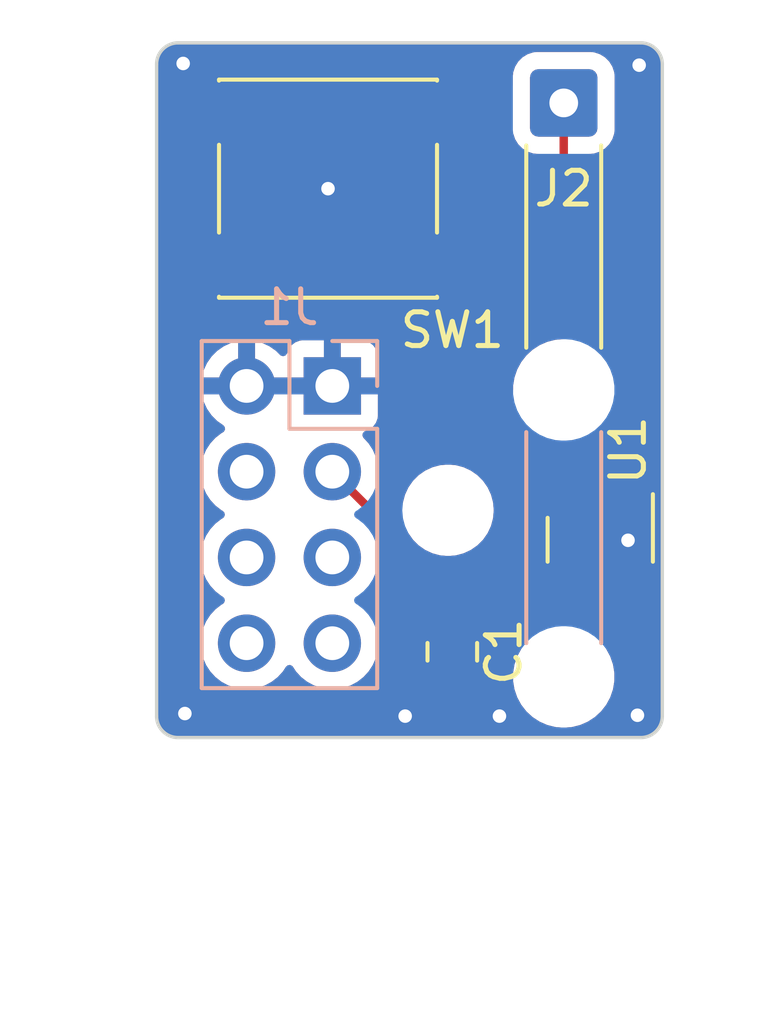
<source format=kicad_pcb>
(kicad_pcb (version 20221018) (generator pcbnew)
  (layers (0 "F.Cu" signal) (31 "B.Cu" signal) (34 "B.Paste" user) (35 "F.Paste" user) (36 "B.SilkS" user "B.Silkscreen") (37 "F.SilkS" user "F.Silkscreen") (38 "B.Mask" user) (39 "F.Mask" user) (44 "Edge.Cuts" user))
  (net 0 "")
  (net 2 "GND")
  (net 5 "+3V3")
  (net 6 "/btn_out")
  (net 7 "/btn_raw")
  (footprint "Package_TO_SOT_SMD:SOT-143" (layer "F.Cu") (at 157.292 68.818 -90)
    (fp_text reference "U1" (at -2.651 -0.823 90) (layer "F.SilkS"))
    (fp_text value "MAX6816")
    (fp_line (start -0.65 1.56) (end 0.65 1.56) (stroke (width 0.12)) (layer "F.SilkS"))
    (fp_line (start 0.65 -1.56) (end -1.35 -1.56) (stroke (width 0.12)) (layer "F.SilkS"))
    (pad "1" smd rect (at -1 -0.75 270) (size 0.7 1) (layers "F.Cu" "F.Paste" "F.Mask") (net 2 "GND"))
    (pad "2" smd rect (at -1 0.95 270) (size 0.7 0.6) (layers "F.Cu" "F.Paste" "F.Mask") (net 7 "/btn_raw"))
    (pad "3" smd rect (at 1 0.95 270) (size 0.7 0.6) (layers "F.Cu" "F.Paste" "F.Mask") (net 6 "/btn_out"))
    (pad "4" smd rect (at 1 -0.95 270) (size 0.7 0.6) (layers "F.Cu" "F.Paste" "F.Mask") (net 5 "+3V3"))
  )
  (footprint "Button_Switch_SMD:SW_Push_1P1T_NO_6x6mm_H9.5mm" (layer "F.Cu") (at 149.225 58.42)
    (fp_text reference "SW1" (at 3.683 4.191) (layer "F.SilkS"))
    (fp_text value "SW_Push")
    (fp_line (start -3.23 -3.23) (end 3.23 -3.23) (stroke (width 0.12)) (layer "F.SilkS"))
    (fp_line (start -3.23 -3.2) (end -3.23 -3.23) (stroke (width 0.12)) (layer "F.SilkS"))
    (fp_line (start -3.23 -1.3) (end -3.23 1.3) (stroke (width 0.12)) (layer "F.SilkS"))
    (fp_line (start -3.23 3.23) (end -3.23 3.2) (stroke (width 0.12)) (layer "F.SilkS"))
    (fp_line (start -3.23 3.23) (end 3.23 3.23) (stroke (width 0.12)) (layer "F.SilkS"))
    (fp_line (start 3.23 -3.23) (end 3.23 -3.2) (stroke (width 0.12)) (layer "F.SilkS"))
    (fp_line (start 3.23 -1.3) (end 3.23 1.3) (stroke (width 0.12)) (layer "F.SilkS"))
    (fp_line (start 3.23 3.23) (end 3.23 3.2) (stroke (width 0.12)) (layer "F.SilkS"))
    (pad "1" smd rect (at -3.975 -2.25) (size 1.55 1.3) (layers "F.Cu" "F.Paste" "F.Mask") (net 2 "GND"))
    (pad "1" smd rect (at 3.975 -2.25) (size 1.55 1.3) (layers "F.Cu" "F.Paste" "F.Mask") (net 2 "GND"))
    (pad "2" smd rect (at -3.975 2.25) (size 1.55 1.3) (layers "F.Cu" "F.Paste" "F.Mask") (net 7 "/btn_raw"))
    (pad "2" smd rect (at 3.975 2.25) (size 1.55 1.3) (layers "F.Cu" "F.Paste" "F.Mask") (net 7 "/btn_raw"))
  )
  (footprint "Connector_Wire:SolderWire-0.25sqmm_1x01_D0.65mm_OD2mm_Relief2x" (layer "F.Cu") (at 156.21 55.88)
    (fp_text reference "J2" (at 0 2.54) (layer "F.SilkS"))
    (fp_text value "Conn_01x01_Pin")
    (fp_line (start -1.11 9.75) (end -1.11 16) (stroke (width 0.12)) (layer "B.SilkS"))
    (fp_line (start 1.11 9.75) (end 1.11 16) (stroke (width 0.12)) (layer "B.SilkS"))
    (fp_line (start -1.11 1.26) (end -1.11 7.25) (stroke (width 0.12)) (layer "F.SilkS"))
    (fp_line (start 1.11 1.26) (end 1.11 7.25) (stroke (width 0.12)) (layer "F.SilkS"))
    (pad "" np_thru_hole circle (at 0 8.5) (size 2.5 2.5) (drill 2.5) (layers "*.Cu" "*.Mask"))
    (pad "" np_thru_hole circle (at 0 17) (size 2.5 2.5) (drill 2.5) (layers "*.Cu" "*.Mask"))
    (pad "1" thru_hole roundrect (at 0 0) (size 2 2) (drill 0.85) (layers "*.Cu" "*.Mask") (roundrect_rratio 0.125) (net 6 "/btn_out"))
  )
  (footprint "Capacitor_SMD:C_0805_2012Metric" (layer "F.Cu") (at 152.908 72.136 -90)
    (fp_text reference "C1" (at 0 -1.524 90) (layer "F.SilkS"))
    (fp_text value "0.1u")
    (fp_line (start -0.261252 -0.735) (end 0.261252 -0.735) (stroke (width 0.12)) (layer "F.SilkS"))
    (fp_line (start -0.261252 0.735) (end 0.261252 0.735) (stroke (width 0.12)) (layer "F.SilkS"))
    (pad "1" smd roundrect (at -0.95 0 270) (size 1 1.45) (layers "F.Cu" "F.Paste" "F.Mask") (net 5 "+3V3"))
    (pad "2" smd roundrect (at 0.95 0 270) (size 1 1.45) (layers "F.Cu" "F.Paste" "F.Mask") (net 2 "GND"))
  )
  (footprint "MountingHole:MountingHole_2.2mm_M2" (layer "F.Cu") (at 152.781 67.945)
    (fp_text reference "REF**" hide)
    (fp_text value "MountingHole_2.2mm_M2")
    (pad "" np_thru_hole circle (at 0 0) (size 2.2 2.2) (drill 2.2) (layers "*.Cu" "*.Mask"))
  )
  (footprint "Connector_PinHeader_2.54mm:PinHeader_2x04_P2.54mm_Vertical" (layer "B.Cu") (at 149.352 64.262 180)
    (fp_text reference "J1" (at 1.27 2.33) (layer "B.SilkS") (effects (justify mirror)))
    (fp_text value "Conn_02x04_Odd_Even")
    (fp_line (start -1.33 -8.95) (end 3.87 -8.95) (stroke (width 0.12)) (layer "B.SilkS"))
    (fp_line (start -1.33 -1.27) (end -1.33 -8.95) (stroke (width 0.12)) (layer "B.SilkS"))
    (fp_line (start -1.33 -1.27) (end 1.27 -1.27) (stroke (width 0.12)) (layer "B.SilkS"))
    (fp_line (start -1.33 0) (end -1.33 1.33) (stroke (width 0.12)) (layer "B.SilkS"))
    (fp_line (start -1.33 1.33) (end 0 1.33) (stroke (width 0.12)) (layer "B.SilkS"))
    (fp_line (start 1.27 -1.27) (end 1.27 1.33) (stroke (width 0.12)) (layer "B.SilkS"))
    (fp_line (start 1.27 1.33) (end 3.87 1.33) (stroke (width 0.12)) (layer "B.SilkS"))
    (fp_line (start 3.87 1.33) (end 3.87 -8.95) (stroke (width 0.12)) (layer "B.SilkS"))
    (pad "1" thru_hole rect (at 0 0 180) (size 1.7 1.7) (drill 1) (layers "*.Cu" "*.Mask") (net 2 "GND"))
    (pad "2" thru_hole oval (at 2.54 0 180) (size 1.7 1.7) (drill 1) (layers "*.Cu" "*.Mask") (net 2 "GND"))
    (pad "3" thru_hole oval (at 0 -2.54 180) (size 1.7 1.7) (drill 1) (layers "*.Cu" "*.Mask") (net 5 "+3V3"))
    (pad "4" thru_hole oval (at 2.54 -2.54 180) (size 1.7 1.7) (drill 1) (layers "*.Cu" "*.Mask"))
    (pad "5" thru_hole oval (at 0 -5.08 180) (size 1.7 1.7) (drill 1) (layers "*.Cu" "*.Mask"))
    (pad "6" thru_hole oval (at 2.54 -5.08 180) (size 1.7 1.7) (drill 1) (layers "*.Cu" "*.Mask"))
    (pad "7" thru_hole oval (at 0 -7.62 180) (size 1.7 1.7) (drill 1) (layers "*.Cu" "*.Mask"))
    (pad "8" thru_hole oval (at 2.54 -7.62 180) (size 1.7 1.7) (drill 1) (layers "*.Cu" "*.Mask"))
  )
  (gr_line (start 144.78 74.676) (end 158.496 74.676) (stroke (width 0.1)) (layer "Edge.Cuts"))
  (gr_line (start 158.496 54.102) (end 144.78 54.102) (stroke (width 0.1)) (layer "Edge.Cuts"))
  (gr_arc (start 159.131 74.041) (mid 158.945013 74.490013) (end 158.496 74.676) (stroke (width 0.1)) (layer "Edge.Cuts"))
  (gr_arc (start 144.78 74.676) (mid 144.330987 74.490013) (end 144.145 74.041) (stroke (width 0.1)) (layer "Edge.Cuts"))
  (gr_arc (start 144.145 54.737) (mid 144.330987 54.287987) (end 144.78 54.102) (stroke (width 0.1)) (layer "Edge.Cuts"))
  (gr_arc (start 158.496 54.102) (mid 158.945013 54.287987) (end 159.131 54.737) (stroke (width 0.1)) (layer "Edge.Cuts"))
  (gr_line (start 144.145 74.041) (end 144.145 54.737) (stroke (width 0.1)) (layer "Edge.Cuts"))
  (gr_line (start 159.131 54.737) (end 159.131 74.041) (stroke (width 0.1)) (layer "Edge.Cuts"))
  (via (at 154.305 74.041) (size 0.8) (drill 0.4) (layers "F.Cu" "B.Cu") (net 2))
  (via (at 149.225 58.42) (size 0.8) (drill 0.4) (layers "F.Cu" "B.Cu") (net 2))
  (via (at 158.3944 74.0156) (size 0.8) (drill 0.4) (layers "F.Cu" "B.Cu") (net 2))
  (via (at 144.9324 54.7116) (size 0.8) (drill 0.4) (layers "F.Cu" "B.Cu") (net 2))
  (via (at 158.4452 54.7624) (size 0.8) (drill 0.4) (layers "F.Cu" "B.Cu") (net 2))
  (via (at 158.115 68.834) (size 0.8) (drill 0.4) (layers "F.Cu" "B.Cu") (net 2))
  (via (at 151.511 74.041) (size 0.8) (drill 0.4) (layers "F.Cu" "B.Cu") (net 2))
  (via (at 144.9832 73.9648) (size 0.8) (drill 0.4) (layers "F.Cu" "B.Cu") (net 2))
  (segment (start 157.48 71.247) (end 158.242 70.485) (width 0.25) (layer "F.Cu") (net 5))
  (segment (start 151.511 71.247) (end 157.48 71.247) (width 0.25) (layer "F.Cu") (net 5))
  (segment (start 150.749 70.485) (end 151.511 71.247) (width 0.25) (layer "F.Cu") (net 5))
  (segment (start 158.242 70.485) (end 158.242 69.818) (width 0.25) (layer "F.Cu") (net 5))
  (segment (start 149.352 66.802) (end 150.749 68.199) (width 0.25) (layer "F.Cu") (net 5))
  (segment (start 150.749 68.199) (end 150.749 70.485) (width 0.25) (layer "F.Cu") (net 5))
  (segment (start 156.21 61.722) (end 156.21 55.88) (width 0.25) (layer "F.Cu") (net 6))
  (segment (start 158.115 66.259) (end 158.115 63.627) (width 0.25) (layer "F.Cu") (net 6))
  (segment (start 156.342 69.818) (end 156.75 69.818) (width 0.25) (layer "F.Cu") (net 6))
  (segment (start 157.099 69.469) (end 157.099 67.275) (width 0.25) (layer "F.Cu") (net 6))
  (segment (start 158.115 63.627) (end 156.21 61.722) (width 0.25) (layer "F.Cu") (net 6))
  (segment (start 157.099 67.275) (end 158.115 66.259) (width 0.25) (layer "F.Cu") (net 6))
  (segment (start 156.75 69.818) (end 157.099 69.469) (width 0.25) (layer "F.Cu") (net 6))
  (segment (start 153.2 64.046) (end 156.342 67.188) (width 0.25) (layer "F.Cu") (net 7))
  (segment (start 156.342 67.188) (end 156.342 67.818) (width 0.25) (layer "F.Cu") (net 7))
  (segment (start 153.2 60.67) (end 153.2 64.046) (width 0.25) (layer "F.Cu") (net 7))
  (segment (start 145.25 60.67) (end 153.2 60.67) (width 0.25) (layer "F.Cu") (net 7))
  (zone (net 2) (net_name "GND") (layers "F&B.Cu") (connect_pads (clearance 0.508)) (min_thickness 0.25) (fill yes (thermal_gap 0.5) (thermal_bridge_width 0.5))
    (polygon (pts (xy 142.494 52.832) (xy 160.02 52.832) (xy 160.02 75.946) (xy 142.748 75.946)))
  )
)
</source>
